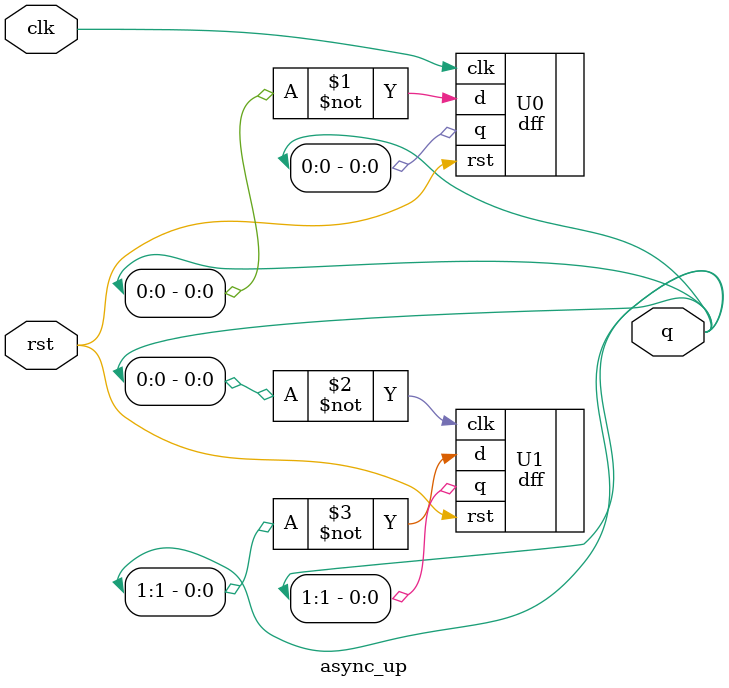
<source format=v>
module async_up (
    input clk,
    input rst,
    output [1:0] q
);

  dff U0 (
      .rst(rst),
      .clk(clk),
      .d  (~q[0]),
      .q  (q[0])
  );

  dff U1 (
      .rst(rst),
      .clk(~q[0]),
      .d  (~q[1]),
      .q  (q[1])
  );
endmodule

</source>
